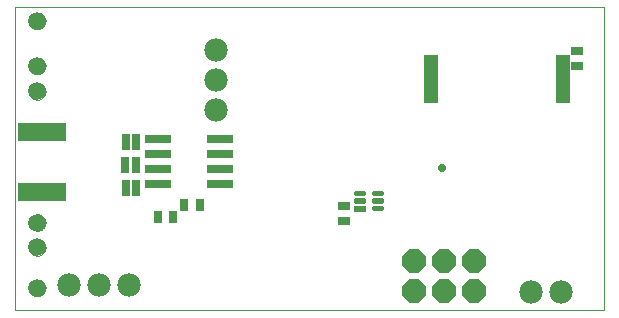
<source format=gbs>
G75*
G70*
%OFA0B0*%
%FSLAX24Y24*%
%IPPOS*%
%LPD*%
%AMOC8*
5,1,8,0,0,1.08239X$1,22.5*
%
%ADD10C,0.0000*%
%ADD11C,0.0591*%
%ADD12OC8,0.0780*%
%ADD13C,0.0780*%
%ADD14R,0.1640X0.0640*%
%ADD15C,0.0276*%
%ADD16R,0.0434X0.0197*%
%ADD17C,0.0148*%
%ADD18R,0.0394X0.0316*%
%ADD19R,0.0910X0.0280*%
%ADD20R,0.0290X0.0540*%
%ADD21R,0.0512X0.1615*%
%ADD22R,0.0316X0.0394*%
D10*
X000260Y000270D02*
X000260Y010370D01*
X019910Y010370D01*
X019910Y000270D01*
X000260Y000270D01*
X000734Y001020D02*
X000736Y001053D01*
X000742Y001085D01*
X000751Y001116D01*
X000764Y001146D01*
X000781Y001174D01*
X000801Y001200D01*
X000824Y001224D01*
X000849Y001244D01*
X000877Y001262D01*
X000906Y001276D01*
X000937Y001286D01*
X000969Y001293D01*
X001002Y001296D01*
X001035Y001295D01*
X001067Y001290D01*
X001098Y001281D01*
X001129Y001269D01*
X001157Y001253D01*
X001184Y001234D01*
X001208Y001212D01*
X001229Y001187D01*
X001248Y001160D01*
X001263Y001131D01*
X001274Y001101D01*
X001282Y001069D01*
X001286Y001036D01*
X001286Y001004D01*
X001282Y000971D01*
X001274Y000939D01*
X001263Y000909D01*
X001248Y000880D01*
X001229Y000853D01*
X001208Y000828D01*
X001184Y000806D01*
X001157Y000787D01*
X001129Y000771D01*
X001098Y000759D01*
X001067Y000750D01*
X001035Y000745D01*
X001002Y000744D01*
X000969Y000747D01*
X000937Y000754D01*
X000906Y000764D01*
X000877Y000778D01*
X000849Y000796D01*
X000824Y000816D01*
X000801Y000840D01*
X000781Y000866D01*
X000764Y000894D01*
X000751Y000924D01*
X000742Y000955D01*
X000736Y000987D01*
X000734Y001020D01*
X000734Y002370D02*
X000736Y002403D01*
X000742Y002435D01*
X000751Y002466D01*
X000764Y002496D01*
X000781Y002524D01*
X000801Y002550D01*
X000824Y002574D01*
X000849Y002594D01*
X000877Y002612D01*
X000906Y002626D01*
X000937Y002636D01*
X000969Y002643D01*
X001002Y002646D01*
X001035Y002645D01*
X001067Y002640D01*
X001098Y002631D01*
X001129Y002619D01*
X001157Y002603D01*
X001184Y002584D01*
X001208Y002562D01*
X001229Y002537D01*
X001248Y002510D01*
X001263Y002481D01*
X001274Y002451D01*
X001282Y002419D01*
X001286Y002386D01*
X001286Y002354D01*
X001282Y002321D01*
X001274Y002289D01*
X001263Y002259D01*
X001248Y002230D01*
X001229Y002203D01*
X001208Y002178D01*
X001184Y002156D01*
X001157Y002137D01*
X001129Y002121D01*
X001098Y002109D01*
X001067Y002100D01*
X001035Y002095D01*
X001002Y002094D01*
X000969Y002097D01*
X000937Y002104D01*
X000906Y002114D01*
X000877Y002128D01*
X000849Y002146D01*
X000824Y002166D01*
X000801Y002190D01*
X000781Y002216D01*
X000764Y002244D01*
X000751Y002274D01*
X000742Y002305D01*
X000736Y002337D01*
X000734Y002370D01*
X000734Y003200D02*
X000736Y003233D01*
X000742Y003265D01*
X000751Y003296D01*
X000764Y003326D01*
X000781Y003354D01*
X000801Y003380D01*
X000824Y003404D01*
X000849Y003424D01*
X000877Y003442D01*
X000906Y003456D01*
X000937Y003466D01*
X000969Y003473D01*
X001002Y003476D01*
X001035Y003475D01*
X001067Y003470D01*
X001098Y003461D01*
X001129Y003449D01*
X001157Y003433D01*
X001184Y003414D01*
X001208Y003392D01*
X001229Y003367D01*
X001248Y003340D01*
X001263Y003311D01*
X001274Y003281D01*
X001282Y003249D01*
X001286Y003216D01*
X001286Y003184D01*
X001282Y003151D01*
X001274Y003119D01*
X001263Y003089D01*
X001248Y003060D01*
X001229Y003033D01*
X001208Y003008D01*
X001184Y002986D01*
X001157Y002967D01*
X001129Y002951D01*
X001098Y002939D01*
X001067Y002930D01*
X001035Y002925D01*
X001002Y002924D01*
X000969Y002927D01*
X000937Y002934D01*
X000906Y002944D01*
X000877Y002958D01*
X000849Y002976D01*
X000824Y002996D01*
X000801Y003020D01*
X000781Y003046D01*
X000764Y003074D01*
X000751Y003104D01*
X000742Y003135D01*
X000736Y003167D01*
X000734Y003200D01*
X000734Y007570D02*
X000736Y007603D01*
X000742Y007635D01*
X000751Y007666D01*
X000764Y007696D01*
X000781Y007724D01*
X000801Y007750D01*
X000824Y007774D01*
X000849Y007794D01*
X000877Y007812D01*
X000906Y007826D01*
X000937Y007836D01*
X000969Y007843D01*
X001002Y007846D01*
X001035Y007845D01*
X001067Y007840D01*
X001098Y007831D01*
X001129Y007819D01*
X001157Y007803D01*
X001184Y007784D01*
X001208Y007762D01*
X001229Y007737D01*
X001248Y007710D01*
X001263Y007681D01*
X001274Y007651D01*
X001282Y007619D01*
X001286Y007586D01*
X001286Y007554D01*
X001282Y007521D01*
X001274Y007489D01*
X001263Y007459D01*
X001248Y007430D01*
X001229Y007403D01*
X001208Y007378D01*
X001184Y007356D01*
X001157Y007337D01*
X001129Y007321D01*
X001098Y007309D01*
X001067Y007300D01*
X001035Y007295D01*
X001002Y007294D01*
X000969Y007297D01*
X000937Y007304D01*
X000906Y007314D01*
X000877Y007328D01*
X000849Y007346D01*
X000824Y007366D01*
X000801Y007390D01*
X000781Y007416D01*
X000764Y007444D01*
X000751Y007474D01*
X000742Y007505D01*
X000736Y007537D01*
X000734Y007570D01*
X000734Y008420D02*
X000736Y008453D01*
X000742Y008485D01*
X000751Y008516D01*
X000764Y008546D01*
X000781Y008574D01*
X000801Y008600D01*
X000824Y008624D01*
X000849Y008644D01*
X000877Y008662D01*
X000906Y008676D01*
X000937Y008686D01*
X000969Y008693D01*
X001002Y008696D01*
X001035Y008695D01*
X001067Y008690D01*
X001098Y008681D01*
X001129Y008669D01*
X001157Y008653D01*
X001184Y008634D01*
X001208Y008612D01*
X001229Y008587D01*
X001248Y008560D01*
X001263Y008531D01*
X001274Y008501D01*
X001282Y008469D01*
X001286Y008436D01*
X001286Y008404D01*
X001282Y008371D01*
X001274Y008339D01*
X001263Y008309D01*
X001248Y008280D01*
X001229Y008253D01*
X001208Y008228D01*
X001184Y008206D01*
X001157Y008187D01*
X001129Y008171D01*
X001098Y008159D01*
X001067Y008150D01*
X001035Y008145D01*
X001002Y008144D01*
X000969Y008147D01*
X000937Y008154D01*
X000906Y008164D01*
X000877Y008178D01*
X000849Y008196D01*
X000824Y008216D01*
X000801Y008240D01*
X000781Y008266D01*
X000764Y008294D01*
X000751Y008324D01*
X000742Y008355D01*
X000736Y008387D01*
X000734Y008420D01*
X000734Y009920D02*
X000736Y009953D01*
X000742Y009985D01*
X000751Y010016D01*
X000764Y010046D01*
X000781Y010074D01*
X000801Y010100D01*
X000824Y010124D01*
X000849Y010144D01*
X000877Y010162D01*
X000906Y010176D01*
X000937Y010186D01*
X000969Y010193D01*
X001002Y010196D01*
X001035Y010195D01*
X001067Y010190D01*
X001098Y010181D01*
X001129Y010169D01*
X001157Y010153D01*
X001184Y010134D01*
X001208Y010112D01*
X001229Y010087D01*
X001248Y010060D01*
X001263Y010031D01*
X001274Y010001D01*
X001282Y009969D01*
X001286Y009936D01*
X001286Y009904D01*
X001282Y009871D01*
X001274Y009839D01*
X001263Y009809D01*
X001248Y009780D01*
X001229Y009753D01*
X001208Y009728D01*
X001184Y009706D01*
X001157Y009687D01*
X001129Y009671D01*
X001098Y009659D01*
X001067Y009650D01*
X001035Y009645D01*
X001002Y009644D01*
X000969Y009647D01*
X000937Y009654D01*
X000906Y009664D01*
X000877Y009678D01*
X000849Y009696D01*
X000824Y009716D01*
X000801Y009740D01*
X000781Y009766D01*
X000764Y009794D01*
X000751Y009824D01*
X000742Y009855D01*
X000736Y009887D01*
X000734Y009920D01*
D11*
X001010Y009920D03*
X001010Y008420D03*
X001010Y007570D03*
X001010Y003200D03*
X001010Y002370D03*
X001010Y001020D03*
D12*
X013560Y000920D03*
X014560Y000920D03*
X015560Y000920D03*
X015560Y001920D03*
X014560Y001920D03*
X013560Y001920D03*
D13*
X017465Y000880D03*
X018465Y000880D03*
X006980Y006960D03*
X006980Y007960D03*
X006980Y008960D03*
X004060Y001110D03*
X003060Y001110D03*
X002060Y001110D03*
D14*
X001170Y004210D03*
X001170Y006210D03*
D15*
X014490Y005025D03*
D16*
X011775Y003659D03*
D17*
X011918Y003891D02*
X011632Y003891D01*
X011632Y003939D01*
X011918Y003939D01*
X011918Y003891D01*
X011918Y004147D02*
X011632Y004147D01*
X011632Y004195D01*
X011918Y004195D01*
X011918Y004147D01*
X012222Y004195D02*
X012508Y004195D01*
X012508Y004147D01*
X012222Y004147D01*
X012222Y004195D01*
X012222Y003939D02*
X012508Y003939D01*
X012508Y003891D01*
X012222Y003891D01*
X012222Y003939D01*
X012222Y003683D02*
X012508Y003683D01*
X012508Y003635D01*
X012222Y003635D01*
X012222Y003683D01*
D18*
X011245Y003746D03*
X011245Y003234D03*
X019015Y008404D03*
X019015Y008916D03*
D19*
X007110Y005975D03*
X007110Y005475D03*
X007110Y004975D03*
X007110Y004475D03*
X005050Y004475D03*
X005050Y004975D03*
X005050Y005475D03*
X005050Y005975D03*
D20*
X004307Y005900D03*
X003953Y005900D03*
X003943Y005115D03*
X004297Y005115D03*
X004317Y004345D03*
X003963Y004345D03*
D21*
X014120Y007975D03*
X018530Y007975D03*
D22*
X006421Y003795D03*
X005909Y003795D03*
X005541Y003390D03*
X005029Y003390D03*
M02*

</source>
